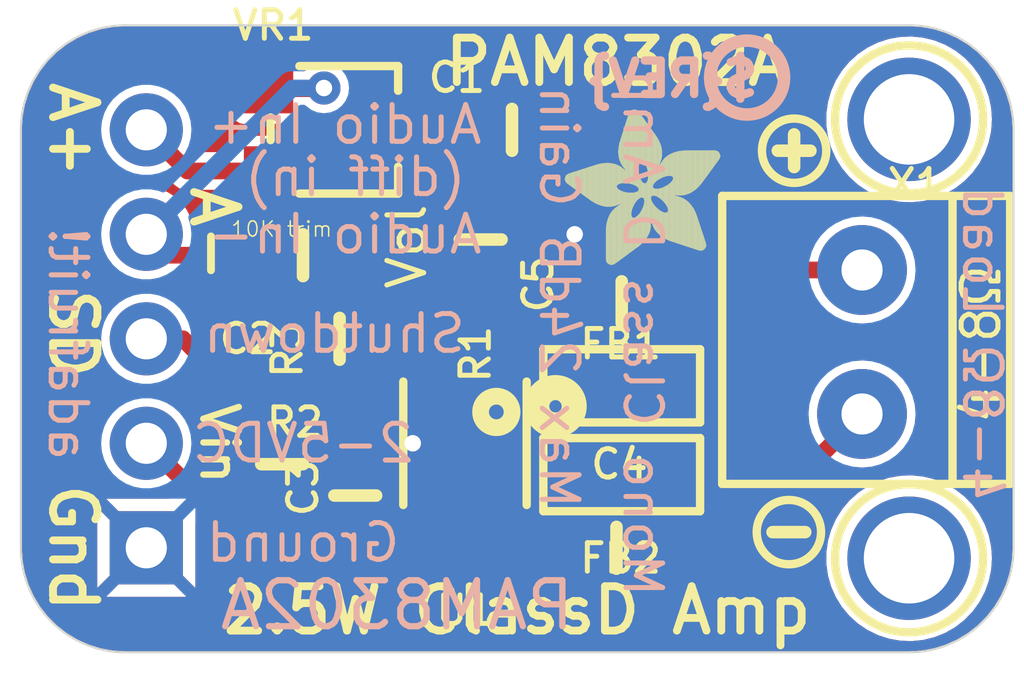
<source format=kicad_pcb>
(kicad_pcb (version 20221018) (generator pcbnew)
  (layers (0 "F.Cu" signal) (31 "B.Cu" signal) (34 "B.Paste" user) (35 "F.Paste" user) (36 "B.SilkS" user "B.Silkscreen") (37 "F.SilkS" user "F.Silkscreen") (38 "B.Mask" user) (39 "F.Mask" user) (44 "Edge.Cuts" user))
  (net 0 "")
  (net 1 "VCC")
  (net 2 "GND")
  (net 3 "SD")
  (net 4 "N$1")
  (net 5 "N$2")
  (net 6 "N$4")
  (net 7 "AIN+")
  (net 8 "N$5")
  (net 9 "N$6")
  (net 10 "VO-")
  (net 11 "VO+")
  (net 12 "N$3")
  (net 13 "N$7")
  (net 14 "AIN-")
  (footprint "working:1X05_ROUND_70" (layer "F.Cu") (at 139.4841 105.0036 90)
    (fp_text reference "JP1" hide)
    (fp_text value "")
    (pad "1" thru_hole rect (at -5.08 0 180) (size 1.778 1.778) (drill 1) (layers "*.Cu" "*.Mask") (net 2 "GND"))
    (pad "2" thru_hole circle (at -2.54 0 180) (size 1.778 1.778) (drill 1) (layers "*.Cu" "*.Mask") (net 1 "VCC"))
    (pad "3" thru_hole circle (at 0 0 180) (size 1.778 1.778) (drill 1) (layers "*.Cu" "*.Mask") (net 3 "SD"))
    (pad "4" thru_hole circle (at 2.54 0 180) (size 1.778 1.778) (drill 1) (layers "*.Cu" "*.Mask") (net 14 "AIN-"))
    (pad "5" thru_hole circle (at 5.08 0 180) (size 1.778 1.778) (drill 1) (layers "*.Cu" "*.Mask") (net 7 "AIN+"))
  )
  (footprint "working:_0805" (layer "F.Cu") (at 151.0411 106.1466)
    (fp_text reference "FB1" (at -1.0795 -1.016) (layer "F.SilkS") (effects (font (size 0.692831 0.692831) (thickness 0.119969)) (justify left)))
    (fp_text value "Ferrite")
    (pad "1" smd rect (at -1.016 0) (size 1.2 1.3) (layers "F.Cu" "F.Paste" "F.Mask") (net 9 "N$6"))
    (pad "2" smd rect (at 1.016 0) (size 1.2 1.3) (layers "F.Cu" "F.Paste" "F.Mask") (net 11 "VO+"))
  )
  (footprint "working:0805-NO" (layer "F.Cu") (at 148.3741 99.9236 180)
    (fp_text reference "C1" (at 2.0955 1.27) (layer "F.SilkS") (effects (font (size 0.692831 0.692831) (thickness 0.119969)) (justify left)))
    (fp_text value "1uF")
    (pad "1" smd rect (at -0.95 0 180) (size 1.3 1.5) (layers "F.Cu" "F.Paste" "F.Mask") (net 12 "N$3"))
    (pad "2" smd rect (at 0.95 0 180) (size 1.3 1.5) (layers "F.Cu" "F.Paste" "F.Mask") (net 13 "N$7"))
  )
  (footprint "working:0805-NO" (layer "F.Cu") (at 144.5641 108.8136 90)
    (fp_text reference "C3" (at -0.5715 -1.27 90) (layer "F.SilkS") (effects (font (size 0.692831 0.692831) (thickness 0.119969)) (justify left)))
    (fp_text value "10uF")
    (pad "1" smd rect (at -0.95 0 90) (size 1.3 1.5) (layers "F.Cu" "F.Paste" "F.Mask") (net 1 "VCC"))
    (pad "2" smd rect (at 0.95 0 90) (size 1.3 1.5) (layers "F.Cu" "F.Paste" "F.Mask") (net 2 "GND"))
  )
  (footprint "working:FIDUCIAL_1MM" (layer "F.Cu") (at 154.7241 105.3846)
    (fp_text reference "FID1" hide)
    (fp_text value "FIDUCIAL\"\"" hide)
    (pad "1" smd roundrect (at 0 0) (size 1 1) (layers "F.Cu" "F.Mask") (roundrect_rratio 0.5))
  )
  (footprint "working:0805-NO" (layer "F.Cu") (at 151.0411 104.1146 180)
    (fp_text reference "C5" (at 2.032 -0.3175 90) (layer "F.SilkS") (effects (font (size 0.692831 0.692831) (thickness 0.119969)) (justify left)))
    (fp_text value "220pF")
    (pad "1" smd rect (at -0.95 0 180) (size 1.3 1.5) (layers "F.Cu" "F.Paste" "F.Mask") (net 11 "VO+"))
    (pad "2" smd rect (at 0.95 0 180) (size 1.3 1.5) (layers "F.Cu" "F.Paste" "F.Mask") (net 2 "GND"))
  )
  (footprint "working:FIDUCIAL_1MM" (layer "F.Cu") (at 137.5791 107.0356)
    (fp_text reference "FID2" hide)
    (fp_text value "FIDUCIAL\"\"" hide)
    (pad "1" smd roundrect (at 0 0) (size 1 1) (layers "F.Cu" "F.Mask") (roundrect_rratio 0.5))
  )
  (footprint "working:SYMBOL_PLUS" (layer "F.Cu") (at 155.2321 100.4316 180)
    (fp_text reference "U$3" hide)
    (fp_text value "" hide)
  )
  (footprint "working:TERMBLOCK_1X2-3.5MM" (layer "F.Cu") (at 156.8831 105.1306 90)
    (fp_text reference "X1" (at 3.89 0.556) (layer "F.SilkS") (effects (font (size 0.692831 0.692831) (thickness 0.119969)) (justify left)))
    (fp_text value "")
    (pad "1" thru_hole circle (at 1.8 0 90) (size 2.1844 2.1844) (drill 1) (layers "*.Cu" "*.Mask") (net 11 "VO+"))
    (pad "2" thru_hole circle (at -1.7 0 90) (size 2.1844 2.1844) (drill 1) (layers "*.Cu" "*.Mask") (net 10 "VO-"))
  )
  (footprint "working:ADAFRUIT_3.5MM" (layer "F.Cu") (at 153.4541 103.2256 90)
    (fp_text reference "U$5" hide)
    (fp_text value "" hide)
  )
  (footprint "working:0805-NO" (layer "F.Cu") (at 150.9141 110.0836 180)
    (fp_text reference "C4" (at -0.8255 2.032) (layer "F.SilkS") (effects (font (size 0.692831 0.692831) (thickness 0.119969)) (justify right)))
    (fp_text value "220pF")
    (pad "1" smd rect (at -0.95 0 180) (size 1.3 1.5) (layers "F.Cu" "F.Paste" "F.Mask") (net 10 "VO-"))
    (pad "2" smd rect (at 0.95 0 180) (size 1.3 1.5) (layers "F.Cu" "F.Paste" "F.Mask") (net 2 "GND"))
  )
  (footprint "working:0805-NO" (layer "F.Cu") (at 147.6121 102.5906 -90)
    (fp_text reference "R1" (at 2.032 0.127 90) (layer "F.SilkS") (effects (font (size 0.692831 0.692831) (thickness 0.119969)) (justify right)))
    (fp_text value "100")
    (pad "1" smd rect (at -0.95 0 270) (size 1.3 1.5) (layers "F.Cu" "F.Paste" "F.Mask") (net 12 "N$3"))
    (pad "2" smd rect (at 0.95 0 270) (size 1.3 1.5) (layers "F.Cu" "F.Paste" "F.Mask") (net 5 "N$2"))
  )
  (footprint "working:MOUNTINGHOLE_2.0_PLATED" (layer "F.Cu") (at 158.0261 99.6696)
    (fp_text reference "U$10" hide)
    (fp_text value "MOUNTINGHOLE2.0" hide)
    (pad "P$1" thru_hole circle (at 0 0) (size 3 3) (drill 2.2) (layers "*.Cu" "*.Mask"))
    (zone (net 0) (net_name "") (layer "F.Cu") (connect_pads (clearance 0)) (min_thickness 0.25)
      (keepout (tracks not_allowed) (vias not_allowed) (pads not_allowed) (copperpour not_allowed) (footprints allowed))
      (fill (thermal_gap 0.5) (thermal_bridge_width 0.5))
      (polygon (pts (xy 160.0421 99.6696) (xy 160.02248 99.389027) (xy 159.964004 99.113915) (xy 159.867808 98.849619) (xy 159.735765 98.601283) (xy 159.570446 98.37374) (xy 159.375067 98.17142) (xy 159.153433 97.99826) (xy 158.909856 97.857631) (xy 158.649078 97.75227) (xy 158.376175 97.684228) (xy 158.096457 97.654828) (xy 157.815371 97.664644) (xy 157.538385 97.713484) (xy 157.270893 97.800397) (xy 157.0181 97.923693) (xy 156.784926 98.08097) (xy 156.575911 98.269169) (xy 156.395122 98.484625) (xy 156.246078 98.723145) (xy 156.13168 98.980087) (xy 156.054154 99.25045) (xy 156.015011 99.528971) (xy 156.015011 99.810229) (xy 156.054154 100.08875) (xy 156.13168 100.359113) (xy 156.246078 100.616055) (xy 156.395122 100.854575) (xy 156.575911 101.070031) (xy 156.784926 101.25823) (xy 157.0181 101.415507) (xy 157.270893 101.538803) (xy 157.538385 101.625716) (xy 157.815371 101.674556) (xy 158.096457 101.684372) (xy 158.376175 101.654972) (xy 158.649078 101.58693) (xy 158.909856 101.481569) (xy 159.153433 101.34094) (xy 159.375067 101.16778) (xy 159.570446 100.96546) (xy 159.735765 100.737917) (xy 159.867808 100.489581) (xy 159.964004 100.225285) (xy 160.02248 99.950173)))
      (polygon (pts (xy 158.0101 99.6696) (xy 158.014786 99.680914) (xy 158.0261 99.6856) (xy 158.037414 99.680914) (xy 158.0421 99.6696) (xy 158.037414 99.658286) (xy 158.0261 99.6536) (xy 158.014786 99.658286)))
    )
    (zone (net 0) (net_name "") (layer "B.Cu") (connect_pads (clearance 0)) (min_thickness 0.25)
      (keepout (tracks not_allowed) (vias not_allowed) (pads not_allowed) (copperpour not_allowed) (footprints allowed))
      (fill (thermal_gap 0.5) (thermal_bridge_width 0.5))
      (polygon (pts (xy 160.0421 99.6696) (xy 160.02248 99.389027) (xy 159.964004 99.113915) (xy 159.867808 98.849619) (xy 159.735765 98.601283) (xy 159.570446 98.37374) (xy 159.375067 98.17142) (xy 159.153433 97.99826) (xy 158.909856 97.857631) (xy 158.649078 97.75227) (xy 158.376175 97.684228) (xy 158.096457 97.654828) (xy 157.815371 97.664644) (xy 157.538385 97.713484) (xy 157.270893 97.800397) (xy 157.0181 97.923693) (xy 156.784926 98.08097) (xy 156.575911 98.269169) (xy 156.395122 98.484625) (xy 156.246078 98.723145) (xy 156.13168 98.980087) (xy 156.054154 99.25045) (xy 156.015011 99.528971) (xy 156.015011 99.810229) (xy 156.054154 100.08875) (xy 156.13168 100.359113) (xy 156.246078 100.616055) (xy 156.395122 100.854575) (xy 156.575911 101.070031) (xy 156.784926 101.25823) (xy 157.0181 101.415507) (xy 157.270893 101.538803) (xy 157.538385 101.625716) (xy 157.815371 101.674556) (xy 158.096457 101.684372) (xy 158.376175 101.654972) (xy 158.649078 101.58693) (xy 158.909856 101.481569) (xy 159.153433 101.34094) (xy 159.375067 101.16778) (xy 159.570446 100.96546) (xy 159.735765 100.737917) (xy 159.867808 100.489581) (xy 159.964004 100.225285) (xy 160.02248 99.950173)))
      (polygon (pts (xy 158.0101 99.6696) (xy 158.014786 99.680914) (xy 158.0261 99.6856) (xy 158.037414 99.680914) (xy 158.0421 99.6696) (xy 158.037414 99.658286) (xy 158.0261 99.6536) (xy 158.014786 99.658286)))
    )
  )
  (footprint "working:MSOP8_0.65MM" (layer "F.Cu") (at 147.2311 107.5436 180)
    (fp_text reference "U1" (at 0.762 -4.064) (layer "F.SilkS") (effects (font (size 0.692831 0.692831) (thickness 0.119969)) (justify left)))
    (fp_text value "PAM8302AASCR")
    (pad "1" smd rect (at -0.975 2.2 270) (size 1.4 0.4) (layers "F.Cu" "F.Paste") (net 3 "SD"))
    (pad "2" smd rect (at -0.325 2.2 270) (size 1.4 0.4) (layers "F.Cu" "F.Paste"))
    (pad "3" smd rect (at 0.325 2.2 270) (size 1.4 0.4) (layers "F.Cu" "F.Paste") (net 5 "N$2"))
    (pad "4" smd rect (at 0.975 2.2 270) (size 1.4 0.4) (layers "F.Cu" "F.Paste") (net 4 "N$1"))
    (pad "5" smd rect (at 0.975 -2.2 270) (size 1.4 0.4) (layers "F.Cu" "F.Paste") (net 9 "N$6"))
    (pad "6" smd rect (at 0.325 -2.2 270) (size 1.4 0.4) (layers "F.Cu" "F.Paste") (net 1 "VCC"))
    (pad "7" smd rect (at -0.325 -2.2 270) (size 1.4 0.4) (layers "F.Cu" "F.Paste") (net 2 "GND"))
    (pad "8" smd rect (at -0.975 -2.2 270) (size 1.4 0.4) (layers "F.Cu" "F.Paste") (net 8 "N$5"))
  )
  (footprint "working:0805-NO" (layer "F.Cu") (at 142.7861 108.0516 90)
    (fp_text reference "R3" (at 2.032 0.127 90) (layer "F.SilkS") (effects (font (size 0.692831 0.692831) (thickness 0.119969)) (justify left)))
    (fp_text value "10K")
    (pad "1" smd rect (at -0.95 0 90) (size 1.3 1.5) (layers "F.Cu" "F.Paste" "F.Mask") (net 1 "VCC"))
    (pad "2" smd rect (at 0.95 0 90) (size 1.3 1.5) (layers "F.Cu" "F.Paste" "F.Mask") (net 3 "SD"))
  )
  (footprint "working:MOUNTINGHOLE_2.0_PLATED" (layer "F.Cu") (at 158.0261 110.3376)
    (fp_text reference "U$11" hide)
    (fp_text value "MOUNTINGHOLE2.0" hide)
    (pad "P$1" thru_hole circle (at 0 0) (size 3 3) (drill 2.2) (layers "*.Cu" "*.Mask"))
    (zone (net 0) (net_name "") (layer "F.Cu") (connect_pads (clearance 0)) (min_thickness 0.25)
      (keepout (tracks not_allowed) (vias not_allowed) (pads not_allowed) (copperpour not_allowed) (footprints allowed))
      (fill (thermal_gap 0.5) (thermal_bridge_width 0.5))
      (polygon (pts (xy 160.0421 110.3376) (xy 160.02248 110.057027) (xy 159.964004 109.781915) (xy 159.867808 109.517619) (xy 159.735765 109.269283) (xy 159.570446 109.04174) (xy 159.375067 108.83942) (xy 159.153433 108.66626) (xy 158.909856 108.525631) (xy 158.649078 108.42027) (xy 158.376175 108.352228) (xy 158.096457 108.322828) (xy 157.815371 108.332644) (xy 157.538385 108.381484) (xy 157.270893 108.468397) (xy 157.0181 108.591693) (xy 156.784926 108.74897) (xy 156.575911 108.937169) (xy 156.395122 109.152625) (xy 156.246078 109.391145) (xy 156.13168 109.648087) (xy 156.054154 109.91845) (xy 156.015011 110.196971) (xy 156.015011 110.478229) (xy 156.054154 110.75675) (xy 156.13168 111.027113) (xy 156.246078 111.284055) (xy 156.395122 111.522575) (xy 156.575911 111.738031) (xy 156.784926 111.92623) (xy 157.0181 112.083507) (xy 157.270893 112.206803) (xy 157.538385 112.293716) (xy 157.815371 112.342556) (xy 158.096457 112.352372) (xy 158.376175 112.322972) (xy 158.649078 112.25493) (xy 158.909856 112.149569) (xy 159.153433 112.00894) (xy 159.375067 111.83578) (xy 159.570446 111.63346) (xy 159.735765 111.405917) (xy 159.867808 111.157581) (xy 159.964004 110.893285) (xy 160.02248 110.618173)))
      (polygon (pts (xy 158.0101 110.3376) (xy 158.014786 110.348914) (xy 158.0261 110.3536) (xy 158.037414 110.348914) (xy 158.0421 110.3376) (xy 158.037414 110.326286) (xy 158.0261 110.3216) (xy 158.014786 110.326286)))
    )
    (zone (net 0) (net_name "") (layer "B.Cu") (connect_pads (clearance 0)) (min_thickness 0.25)
      (keepout (tracks not_allowed) (vias not_allowed) (pads not_allowed) (copperpour not_allowed) (footprints allowed))
      (fill (thermal_gap 0.5) (thermal_bridge_width 0.5))
      (polygon (pts (xy 160.0421 110.3376) (xy 160.02248 110.057027) (xy 159.964004 109.781915) (xy 159.867808 109.517619) (xy 159.735765 109.269283) (xy 159.570446 109.04174) (xy 159.375067 108.83942) (xy 159.153433 108.66626) (xy 158.909856 108.525631) (xy 158.649078 108.42027) (xy 158.376175 108.352228) (xy 158.096457 108.322828) (xy 157.815371 108.332644) (xy 157.538385 108.381484) (xy 157.270893 108.468397) (xy 157.0181 108.591693) (xy 156.784926 108.74897) (xy 156.575911 108.937169) (xy 156.395122 109.152625) (xy 156.246078 109.391145) (xy 156.13168 109.648087) (xy 156.054154 109.91845) (xy 156.015011 110.196971) (xy 156.015011 110.478229) (xy 156.054154 110.75675) (xy 156.13168 111.027113) (xy 156.246078 111.284055) (xy 156.395122 111.522575) (xy 156.575911 111.738031) (xy 156.784926 111.92623) (xy 157.0181 112.083507) (xy 157.270893 112.206803) (xy 157.538385 112.293716) (xy 157.815371 112.342556) (xy 158.096457 112.352372) (xy 158.376175 112.322972) (xy 158.649078 112.25493) (xy 158.909856 112.149569) (xy 159.153433 112.00894) (xy 159.375067 111.83578) (xy 159.570446 111.63346) (xy 159.735765 111.405917) (xy 159.867808 111.157581) (xy 159.964004 110.893285) (xy 160.02248 110.618173)))
      (polygon (pts (xy 158.0101 110.3376) (xy 158.014786 110.348914) (xy 158.0261 110.3536) (xy 158.037414 110.348914) (xy 158.0421 110.3376) (xy 158.037414 110.326286) (xy 158.0261 110.3216) (xy 158.014786 110.326286)))
    )
  )
  (footprint "working:0805-NO" (layer "F.Cu") (at 143.2941 102.9716 180)
    (fp_text reference "C2" (at 2.0955 -2.032) (layer "F.SilkS") (effects (font (size 0.692831 0.692831) (thickness 0.119969)) (justify left)))
    (fp_text value "1uF")
    (pad "1" smd rect (at -0.95 0 180) (size 1.3 1.5) (layers "F.Cu" "F.Paste" "F.Mask") (net 6 "N$4"))
    (pad "2" smd rect (at 0.95 0 180) (size 1.3 1.5) (layers "F.Cu" "F.Paste" "F.Mask") (net 14 "AIN-"))
  )
  (footprint "working:_0805" (layer "F.Cu") (at 151.0411 108.3056)
    (fp_text reference "FB2" (at -1.0795 2.032) (layer "F.SilkS") (effects (font (size 0.692831 0.692831) (thickness 0.119969)) (justify left)))
    (fp_text value "Ferrite")
    (pad "1" smd rect (at -1.016 0) (size 1.2 1.3) (layers "F.Cu" "F.Paste" "F.Mask") (net 8 "N$5"))
    (pad "2" smd rect (at 1.016 0) (size 1.2 1.3) (layers "F.Cu" "F.Paste" "F.Mask") (net 10 "VO-"))
  )
  (footprint "working:SYMBOL_MINUS" (layer "F.Cu") (at 155.1051 109.7026)
    (fp_text reference "U$4" hide)
    (fp_text value "" hide)
  )
  (footprint "working:0805-NO" (layer "F.Cu") (at 144.1831 105.0036)
    (fp_text reference "R2" (at -1.8415 2.032) (layer "F.SilkS") (effects (font (size 0.692831 0.692831) (thickness 0.119969)) (justify left)))
    (fp_text value "100")
    (pad "1" smd rect (at -0.95 0) (size 1.3 1.5) (layers "F.Cu" "F.Paste" "F.Mask") (net 6 "N$4"))
    (pad "2" smd rect (at 0.95 0) (size 1.3 1.5) (layers "F.Cu" "F.Paste" "F.Mask") (net 4 "N$1"))
  )
  (footprint "working:TRIMPOT_BOURNS_3303W" (layer "F.Cu") (at 144.0561 99.9236 -90)
    (fp_text reference "VR1" (at -2.54 2.54) (layer "F.SilkS") (effects (font (size 0.692831 0.692831) (thickness 0.119969)) (justify left)))
    (fp_text value "10K trim" (at 2.413 2.54) (layer "F.SilkS") (effects (font (size 0.369824 0.369824) (thickness 0.036576)) (justify left)))
    (pad "1" smd rect (at -1 1.6) (size 1.2 1.2) (layers "F.Cu" "F.Paste" "F.Mask") (net 14 "AIN-"))
    (pad "2" smd rect (at 0 -1.65 270) (size 1.6 1.5) (layers "F.Cu" "F.Paste" "F.Mask") (net 13 "N$7"))
    (pad "3" smd rect (at 1 1.6) (size 1.2 1.2) (layers "F.Cu" "F.Paste" "F.Mask") (net 7 "AIN+"))
  )
  (footprint "working:PCBFEAT-REV-040" (layer "B.Cu") (at 154.0891 98.6536 180)
    (fp_text reference "U$6" hide)
    (fp_text value "" hide)
    (fp_text user "${REV}" (at -0.3556 -0.508) (layer "B.SilkS") (effects (font (size 0.8128 0.8128) (thickness 0.2032)) (justify left bottom mirror)))
  )
  (gr_circle (center 147.9931 106.7816) (end 148.172703 106.7816) (stroke (width 0.4064)) (fill none) (layer "F.SilkS"))
  (gr_line (start 158.0261 112.6236) (end 138.9761 112.6236) (stroke (width 0.05)) (layer "Edge.Cuts"))
  (gr_line (start 136.4361 110.0836) (end 136.4361 99.9236) (stroke (width 0.05)) (layer "Edge.Cuts"))
  (gr_arc (start 158.0261 97.3836) (mid 159.822151 98.127549) (end 160.5661 99.9236) (stroke (width 0.05)) (layer "Edge.Cuts"))
  (gr_line (start 160.5661 99.9236) (end 160.5661 110.0836) (stroke (width 0.05)) (layer "Edge.Cuts"))
  (gr_arc (start 136.4361 99.9236) (mid 137.180049 98.127549) (end 138.9761 97.3836) (stroke (width 0.05)) (layer "Edge.Cuts"))
  (gr_arc (start 138.9761 112.6236) (mid 137.180049 111.879651) (end 136.4361 110.0836) (stroke (width 0.05)) (layer "Edge.Cuts"))
  (gr_arc (start 160.5661 110.0836) (mid 159.822151 111.879651) (end 158.0261 112.6236) (stroke (width 0.05)) (layer "Edge.Cuts"))
  (gr_line (start 138.9761 97.3836) (end 158.0261 97.3836) (stroke (width 0.05)) (layer "Edge.Cuts"))
  (gr_text "Max 24dB Gain" (at 149.5171 103.9876 -90) (layer "B.SilkS") (effects (font (size 0.89408 0.89408) (thickness 0.12192)) (justify mirror)))
  (gr_text "Audio In+" (at 144.3101 99.7966) (layer "B.SilkS") (effects (font (size 0.89408 0.89408) (thickness 0.12192)) (justify mirror)))
  (gr_text "Audio In-" (at 144.3101 102.4636) (layer "B.SilkS") (effects (font (size 0.89408 0.89408) (thickness 0.12192)) (justify mirror)))
  (gr_text "Shutdown" (at 144.0561 104.8766) (layer "B.SilkS") (effects (font (size 0.89408 0.89408) (thickness 0.12192)) (justify mirror)))
  (gr_text "Mono Class D Amp" (at 151.5491 104.8766 -90) (layer "B.SilkS") (effects (font (size 0.89408 0.89408) (thickness 0.12192)) (justify mirror)))
  (gr_text "4-8Ω Load" (at 159.8041 105.1306 -90) (layer "B.SilkS") (effects (font (size 0.89408 0.89408) (thickness 0.12192)) (justify mirror)))
  (gr_text "2-5VDC" (at 143.2941 107.5436) (layer "B.SilkS") (effects (font (size 0.89408 0.89408) (thickness 0.12192)) (justify mirror)))
  (gr_text "PAM8302A" (at 145.5801 111.4806) (layer "B.SilkS") (effects (font (size 1.1176 1.1176) (thickness 0.1524)) (justify mirror)))
  (gr_text "Ground" (at 143.2941 109.9566) (layer "B.SilkS") (effects (font (size 0.89408 0.89408) (thickness 0.12192)) (justify mirror)))
  (gr_text "(diff in)" (at 144.5641 101.0666) (layer "B.SilkS") (effects (font (size 0.89408 0.89408) (thickness 0.12192)) (justify mirror)))
  (gr_text "adafruit!" (at 137.5791 105.1306 -90) (layer "B.SilkS") (effects (font (size 0.89408 0.89408) (thickness 0.12192)) (justify mirror)))
  (gr_text "A+" (at 137.7061 99.9236 270) (layer "F.SilkS") (effects (font (size 1.0795 1.0795) (thickness 0.1905))))
  (gr_text "Vin" (at 141.2621 107.5436 270) (layer "F.SilkS") (effects (font (size 0.8636 0.8636) (thickness 0.1524))))
  (gr_text "2.5W ClassD Amp" (at 148.5011 111.6076) (layer "F.SilkS") (effects (font (size 1.0795 1.0795) (thickness 0.1905))))
  (gr_text "SD" (at 137.7061 104.8766 270) (layer "F.SilkS") (effects (font (size 1.0795 1.0795) (thickness 0.1905))))
  (gr_text "PAM8302A" (at 150.9141 98.2726) (layer "F.SilkS") (effects (font (size 1.0795 1.0795) (thickness 0.1905))))
  (gr_text "4-8Ω" (at 159.7787 105.1306 90) (layer "F.SilkS") (effects (font (size 0.89408 0.89408) (thickness 0.12192))))
  (gr_text "Gnd" (at 137.7061 110.0836 270) (layer "F.SilkS") (effects (font (size 1.0795 1.0795) (thickness 0.1905))))
  (gr_text "A-" (at 141.1351 102.4636 270) (layer "F.SilkS") (effects (font (size 1.0795 1.0795) (thickness 0.1905))))
  (gr_text "Vol" (at 146.3421 103.8606 90) (layer "F.SilkS") (effects (font (size 0.89408 0.89408) (thickness 0.12192)) (justify left bottom)))
  (segment (start 142.8471 109.7026) (end 142.7861 109.0016) (width 0.4064) (layer "F.Cu") (net 1))
  (segment (start 144.3761 109.7026) (end 144.5641 109.7636) (width 0.4064) (layer "F.Cu") (net 1))
  (segment (start 146.9061 109.7436) (end 146.9061 110.7896) (width 0.4064) (layer "F.Cu") (net 1))
  (segment (start 139.4841 107.5436) (end 140.9421 109.0016) (width 0.4064) (layer "F.Cu") (net 1))
  (segment (start 144.8181 110.9726) (end 144.5641 110.7186) (width 0.4064) (layer "F.Cu") (net 1))
  (segment (start 144.3761 109.7026) (end 142.8471 109.7026) (width 0.4064) (layer "F.Cu") (net 1))
  (segment (start 144.5641 110.7186) (end 144.5641 109.7636) (width 0.4064) (layer "F.Cu") (net 1))
  (segment (start 146.9061 110.7896) (end 146.7231 110.9726) (width 0.4064) (layer "F.Cu") (net 1))
  (segment (start 140.9421 109.0016) (end 142.7861 109.0016) (width 0.4064) (layer "F.Cu") (net 1))
  (segment (start 146.7231 110.9726) (end 144.8181 110.9726) (width 0.4064) (layer "F.Cu") (net 1))
  (via (at 149.8981 102.4636) (size 0.8064) (drill 0.4) (layers "F.Cu" "B.Cu") (net 2))
  (via (at 145.9611 107.5436) (size 0.8064) (drill 0.4) (layers "F.Cu" "B.Cu") (net 2))
  (segment (start 148.2061 105.3436) (end 148.2061 106.4416) (width 0.4064) (layer "F.Cu") (net 3))
  (segment (start 140.3731 105.0036) (end 139.4841 105.0036) (width 0.4064) (layer "F.Cu") (net 3))
  (segment (start 142.7861 107.1016) (end 142.7861 106.6546) (width 0.4064) (layer "F.Cu") (net 3))
  (segment (start 148.2061 106.4416) (end 147.9931 106.6546) (width 0.4064) (layer "F.Cu") (net 3))
  (segment (start 147.9931 106.6546) (end 142.7861 106.6546) (width 0.4064) (layer "F.Cu") (net 3))
  (segment (start 142.0241 106.6546) (end 140.3731 105.0036) (width 0.4064) (layer "F.Cu") (net 3))
  (segment (start 142.7861 106.6546) (end 142.0241 106.6546) (width 0.4064) (layer "F.Cu") (net 3))
  (segment (start 145.1331 105.0036) (end 146.2561 105.0036) (width 0.4064) (layer "F.Cu") (net 4))
  (segment (start 146.2561 105.0036) (end 146.2561 105.3436) (width 0.4064) (layer "F.Cu") (net 4))
  (segment (start 146.9061 105.3436) (end 146.9061 104.2466) (width 0.4064) (layer "F.Cu") (net 5))
  (segment (start 146.9061 104.2466) (end 147.6121 103.5406) (width 0.4064) (layer "F.Cu") (net 5))
  (segment (start 143.2331 104.5566) (end 144.1831 103.6066) (width 0.4064) (layer "F.Cu") (net 6))
  (segment (start 143.2331 105.0036) (end 143.2331 104.5566) (width 0.4064) (layer "F.Cu") (net 6))
  (segment (start 144.1831 103.0326) (end 144.2441 102.9716) (width 0.4064) (layer "F.Cu") (net 6))
  (segment (start 144.1831 103.6066) (end 144.1831 103.0326) (width 0.4064) (layer "F.Cu") (net 6))
  (segment (start 139.4841 99.9236) (end 140.4841 100.9236) (width 0.4064) (layer "F.Cu") (net 7))
  (segment (start 140.4841 100.9236) (end 142.4561 100.9236) (width 0.4064) (layer "F.Cu") (net 7))
  (segment (start 149.6441 108.3056) (end 150.0251 108.3056) (width 0.4064) (layer "F.Cu") (net 8))
  (segment (start 148.2061 109.7436) (end 149.6441 108.3056) (width 0.4064) (layer "F.Cu") (net 8))
  (segment (start 146.7231 108.0516) (end 148.1201 108.0516) (width 0.4064) (layer "F.Cu") (net 9))
  (segment (start 150.0251 106.1466) (end 149.5171 106.7816) (width 0.4064) (layer "F.Cu") (net 9))
  (segment (start 146.2561 109.7436) (end 146.2561 108.5186) (width 0.4064) (layer "F.Cu") (net 9))
  (segment (start 148.1201 108.0516) (end 150.0251 106.1466) (width 0.4064) (layer "F.Cu") (net 9))
  (segment (start 146.2561 108.5186) (end 146.7231 108.0516) (width 0.4064) (layer "F.Cu") (net 9))
  (segment (start 152.0571 108.3056) (end 155.4081 108.3056) (width 0.4064) (layer "F.Cu") (net 10))
  (segment (start 155.4081 108.3056) (end 156.8831 106.8306) (width 0.4064) (layer "F.Cu") (net 10))
  (segment (start 151.8641 110.0836) (end 152.0571 109.8906) (width 0.4064) (layer "F.Cu") (net 10))
  (segment (start 152.0571 109.8906) (end 152.0571 108.3056) (width 0.4064) (layer "F.Cu") (net 10))
  (segment (start 152.7751 103.3306) (end 156.8831 103.3306) (width 0.4064) (layer "F.Cu") (net 11))
  (segment (start 152.0571 106.1466) (end 152.0571 104.1806) (width 0.4064) (layer "F.Cu") (net 11))
  (segment (start 152.0571 104.1806) (end 151.9911 104.1146) (width 0.4064) (layer "F.Cu") (net 11))
  (segment (start 151.9911 104.1146) (end 152.7751 103.3306) (width 0.4064) (layer "F.Cu") (net 11))
  (segment (start 149.3241 99.9236) (end 149.3241 100.6246) (width 0.4064) (layer "F.Cu") (net 12))
  (segment (start 149.3241 100.6246) (end 148.3741 101.5746) (width 0.4064) (layer "F.Cu") (net 12))
  (segment (start 148.3741 101.5746) (end 147.6781 101.5746) (width 0.4064) (layer "F.Cu") (net 12))
  (segment (start 147.6781 101.5746) (end 147.6121 101.6406) (width 0.4064) (layer "F.Cu") (net 12))
  (segment (start 145.7061 99.9236) (end 147.4241 99.9236) (width 0.4064) (layer "F.Cu") (net 13))
  (segment (start 143.8021 98.9076) (end 143.9131 98.9236) (width 0.4064) (layer "F.Cu") (net 14))
  (segment (start 139.9921 102.9716) (end 142.3441 102.9716) (width 0.4064) (layer "F.Cu") (net 14))
  (segment (start 143.9131 98.9236) (end 142.4561 98.9236) (width 0.4064) (layer "F.Cu") (net 14))
  (segment (start 139.4841 102.4636) (end 139.9921 102.9716) (width 0.4064) (layer "F.Cu") (net 14))
  (via (at 143.8021 98.9076) (size 0.8064) (drill 0.4) (layers "F.Cu" "B.Cu") (net 14))
  (segment (start 143.0401 98.9076) (end 143.8021 98.9076) (width 0.4064) (layer "B.Cu") (net 14))
  (segment (start 139.4841 102.4636) (end 143.0401 98.9076) (width 0.4064) (layer "B.Cu") (net 14))
  (zone (net 2) (net_name "GND") (layer "F.Cu") (priority 6) (connect_pads (clearance 0.254)) (min_thickness 0.127) (fill yes (thermal_gap 0.304) (thermal_bridge_width 0.304))
    (polygon (pts (xy 158.347599 97.275815) (xy 158.664411 97.333873) (xy 158.971913 97.429695) (xy 159.265625 97.561884) (xy 159.54126 97.728511) (xy 159.794802 97.927148) (xy 160.022552 98.154898) (xy 160.221189 98.40844) (xy 160.387816 98.684075) (xy 160.520005 98.977787) (xy 160.615827 99.285289) (xy 160.673885 99.602101) (xy 160.6931 99.919763) (xy 160.6931 110.087437) (xy 160.673885 110.405099) (xy 160.615827 110.721911) (xy 160.520005 111.029413) (xy 160.387816 111.323125) (xy 160.221189 111.59876) (xy 160.022552 111.852302) (xy 159.794802 112.080052) (xy 159.54126 112.278689) (xy 159.265625 112.445316) (xy 158.971913 112.577505) (xy 158.664411 112.673327) (xy 158.347599 112.731385) (xy 158.029937 112.7506) (xy 138.972263 112.7506) (xy 138.654601 112.731385) (xy 138.337789 112.673327) (xy 138.030287 112.577505) (xy 137.736575 112.445316) (xy 137.46094 112.278689) (xy 137.207398 112.080052) (xy 136.979648 111.852302) (xy 136.781011 111.59876) (xy 136.614384 111.323125) (xy 136.482195 111.029413) (xy 136.386373 110.721911) (xy 136.328315 110.405099) (xy 136.3091 110.087437) (xy 136.3091 99.919763) (xy 136.328315 99.602101) (xy 136.386373 99.285289) (xy 136.482195 98.977787) (xy 136.614384 98.684075) (xy 136.781011 98.40844) (xy 136.979648 98.154898) (xy 137.207398 97.927148) (xy 137.46094 97.728511) (xy 137.736575 97.561884) (xy 138.030287 97.429695) (xy 138.337789 97.333873) (xy 138.654601 97.275815) (xy 138.972263 97.2566) (xy 158.029937 97.2566)))
  )
  (zone (net 2) (net_name "GND") (layer "B.Cu") (priority 6) (connect_pads (clearance 0.000001)) (min_thickness 0.127) (fill yes (thermal_gap 0.304) (thermal_bridge_width 0.304))
    (polygon (pts (xy 160.8201 112.8776) (xy 135.9281 112.8776) (xy 135.9281 97.1296) (xy 160.8201 97.1296)))
  )
)
</source>
